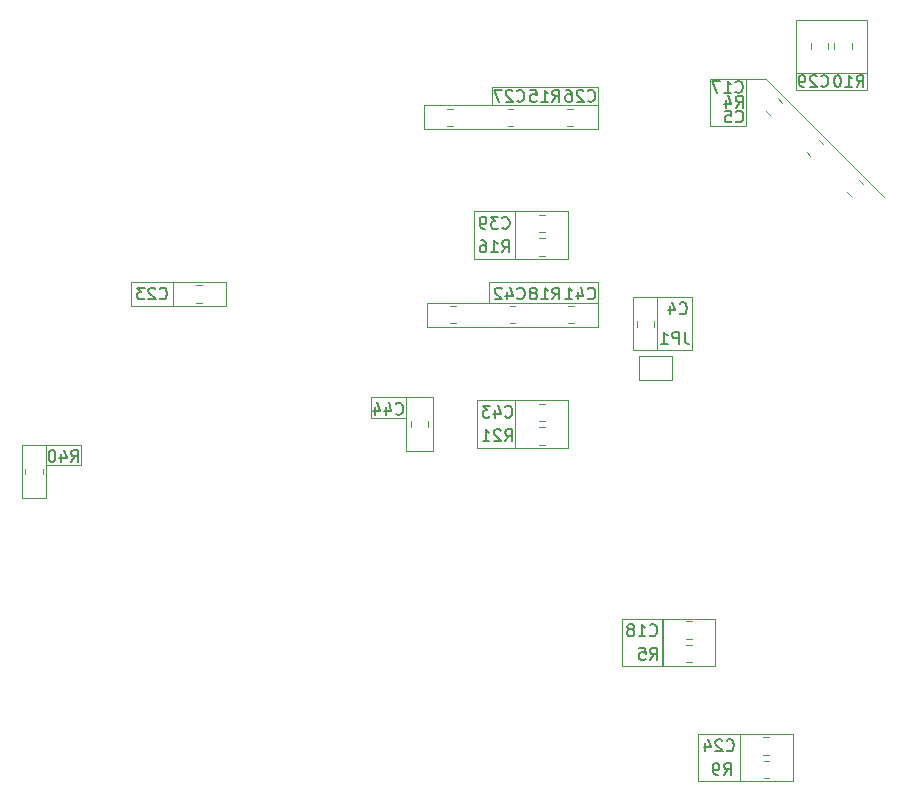
<source format=gbr>
%TF.GenerationSoftware,KiCad,Pcbnew,9.0.2*%
%TF.CreationDate,2025-09-23T15:34:19+08:00*%
%TF.ProjectId,SSRU_v3.2,53535255-5f76-4332-9e32-2e6b69636164,rev?*%
%TF.SameCoordinates,Original*%
%TF.FileFunction,Legend,Bot*%
%TF.FilePolarity,Positive*%
%FSLAX46Y46*%
G04 Gerber Fmt 4.6, Leading zero omitted, Abs format (unit mm)*
G04 Created by KiCad (PCBNEW 9.0.2) date 2025-09-23 15:34:19*
%MOMM*%
%LPD*%
G01*
G04 APERTURE LIST*
%ADD10C,0.100000*%
%ADD11C,0.150000*%
%ADD12C,0.120000*%
G04 APERTURE END LIST*
D10*
X179750000Y-78750000D02*
X182750000Y-78750000D01*
X182750000Y-82750000D01*
X179750000Y-82750000D01*
X179750000Y-78750000D01*
X154000000Y-105750000D02*
X156250000Y-105750000D01*
X156250000Y-110250000D01*
X154000000Y-110250000D01*
X154000000Y-105750000D01*
X161250000Y-79500000D02*
X170250000Y-79500000D01*
X170250000Y-81000000D01*
X161250000Y-81000000D01*
X161250000Y-79500000D01*
X151000000Y-105750000D02*
X154000000Y-105750000D01*
X154000000Y-107500000D01*
X151000000Y-107500000D01*
X151000000Y-105750000D01*
X184500000Y-78750000D02*
X182750000Y-78750000D01*
X175699200Y-124500000D02*
X180199200Y-124500000D01*
X180199200Y-128500000D01*
X175699200Y-128500000D01*
X175699200Y-124500000D01*
X175250000Y-97250000D02*
X178250000Y-97250000D01*
X178250000Y-101750000D01*
X175250000Y-101750000D01*
X175250000Y-97250000D01*
X159750000Y-90000000D02*
X163250000Y-90000000D01*
X163250000Y-94000000D01*
X159750000Y-94000000D01*
X159750000Y-90000000D01*
X173250000Y-97250000D02*
X175250000Y-97250000D01*
X175250000Y-101750000D01*
X173250000Y-101750000D01*
X173250000Y-97250000D01*
X121500000Y-109750000D02*
X123500000Y-109750000D01*
X123500000Y-114250000D01*
X121500000Y-114250000D01*
X121500000Y-109750000D01*
X194500000Y-88750000D02*
X184500000Y-78750000D01*
X160000000Y-106000000D02*
X163250000Y-106000000D01*
X163250000Y-110000000D01*
X160000000Y-110000000D01*
X160000000Y-106000000D01*
X123500000Y-109750000D02*
X126500000Y-109750000D01*
X126500000Y-111500000D01*
X123500000Y-111500000D01*
X123500000Y-109750000D01*
X163250000Y-90000000D02*
X167750000Y-90000000D01*
X167750000Y-94000000D01*
X163250000Y-94000000D01*
X163250000Y-90000000D01*
X182250000Y-134250000D02*
X186750000Y-134250000D01*
X186750000Y-138250000D01*
X182250000Y-138250000D01*
X182250000Y-134250000D01*
X187000000Y-78250000D02*
X193000000Y-78250000D01*
X193000000Y-79750000D01*
X187000000Y-79750000D01*
X187000000Y-78250000D01*
X172250000Y-124500000D02*
X175750000Y-124500000D01*
X175750000Y-128500000D01*
X172250000Y-128500000D01*
X172250000Y-124500000D01*
X163250000Y-106000000D02*
X167750000Y-106000000D01*
X167750000Y-110000000D01*
X163250000Y-110000000D01*
X163250000Y-106000000D01*
X130750000Y-96000000D02*
X134250000Y-96000000D01*
X134250000Y-98000000D01*
X130750000Y-98000000D01*
X130750000Y-96000000D01*
X178750000Y-134250000D02*
X182250000Y-134250000D01*
X182250000Y-138250000D01*
X178750000Y-138250000D01*
X178750000Y-134250000D01*
X187000000Y-73750000D02*
X193000000Y-73750000D01*
X193000000Y-78250000D01*
X187000000Y-78250000D01*
X187000000Y-73750000D01*
X134250000Y-96000000D02*
X138750000Y-96000000D01*
X138750000Y-98000000D01*
X134250000Y-98000000D01*
X134250000Y-96000000D01*
X155500000Y-81000000D02*
X170250000Y-81000000D01*
X170250000Y-83000000D01*
X155500000Y-83000000D01*
X155500000Y-81000000D01*
X155750000Y-97750000D02*
X170250000Y-97750000D01*
X170250000Y-99750000D01*
X155750000Y-99750000D01*
X155750000Y-97750000D01*
X161000000Y-96000000D02*
X170250000Y-96000000D01*
X170250000Y-97750000D01*
X161000000Y-97750000D01*
X161000000Y-96000000D01*
D11*
X169392857Y-97359580D02*
X169440476Y-97407200D01*
X169440476Y-97407200D02*
X169583333Y-97454819D01*
X169583333Y-97454819D02*
X169678571Y-97454819D01*
X169678571Y-97454819D02*
X169821428Y-97407200D01*
X169821428Y-97407200D02*
X169916666Y-97311961D01*
X169916666Y-97311961D02*
X169964285Y-97216723D01*
X169964285Y-97216723D02*
X170011904Y-97026247D01*
X170011904Y-97026247D02*
X170011904Y-96883390D01*
X170011904Y-96883390D02*
X169964285Y-96692914D01*
X169964285Y-96692914D02*
X169916666Y-96597676D01*
X169916666Y-96597676D02*
X169821428Y-96502438D01*
X169821428Y-96502438D02*
X169678571Y-96454819D01*
X169678571Y-96454819D02*
X169583333Y-96454819D01*
X169583333Y-96454819D02*
X169440476Y-96502438D01*
X169440476Y-96502438D02*
X169392857Y-96550057D01*
X168535714Y-96788152D02*
X168535714Y-97454819D01*
X168773809Y-96407200D02*
X169011904Y-97121485D01*
X169011904Y-97121485D02*
X168392857Y-97121485D01*
X167488095Y-97454819D02*
X168059523Y-97454819D01*
X167773809Y-97454819D02*
X167773809Y-96454819D01*
X167773809Y-96454819D02*
X167869047Y-96597676D01*
X167869047Y-96597676D02*
X167964285Y-96692914D01*
X167964285Y-96692914D02*
X168059523Y-96740533D01*
X177166666Y-98609580D02*
X177214285Y-98657200D01*
X177214285Y-98657200D02*
X177357142Y-98704819D01*
X177357142Y-98704819D02*
X177452380Y-98704819D01*
X177452380Y-98704819D02*
X177595237Y-98657200D01*
X177595237Y-98657200D02*
X177690475Y-98561961D01*
X177690475Y-98561961D02*
X177738094Y-98466723D01*
X177738094Y-98466723D02*
X177785713Y-98276247D01*
X177785713Y-98276247D02*
X177785713Y-98133390D01*
X177785713Y-98133390D02*
X177738094Y-97942914D01*
X177738094Y-97942914D02*
X177690475Y-97847676D01*
X177690475Y-97847676D02*
X177595237Y-97752438D01*
X177595237Y-97752438D02*
X177452380Y-97704819D01*
X177452380Y-97704819D02*
X177357142Y-97704819D01*
X177357142Y-97704819D02*
X177214285Y-97752438D01*
X177214285Y-97752438D02*
X177166666Y-97800057D01*
X176309523Y-98038152D02*
X176309523Y-98704819D01*
X176547618Y-97657200D02*
X176785713Y-98371485D01*
X176785713Y-98371485D02*
X176166666Y-98371485D01*
X125642857Y-111204819D02*
X125976190Y-110728628D01*
X126214285Y-111204819D02*
X126214285Y-110204819D01*
X126214285Y-110204819D02*
X125833333Y-110204819D01*
X125833333Y-110204819D02*
X125738095Y-110252438D01*
X125738095Y-110252438D02*
X125690476Y-110300057D01*
X125690476Y-110300057D02*
X125642857Y-110395295D01*
X125642857Y-110395295D02*
X125642857Y-110538152D01*
X125642857Y-110538152D02*
X125690476Y-110633390D01*
X125690476Y-110633390D02*
X125738095Y-110681009D01*
X125738095Y-110681009D02*
X125833333Y-110728628D01*
X125833333Y-110728628D02*
X126214285Y-110728628D01*
X124785714Y-110538152D02*
X124785714Y-111204819D01*
X125023809Y-110157200D02*
X125261904Y-110871485D01*
X125261904Y-110871485D02*
X124642857Y-110871485D01*
X124071428Y-110204819D02*
X123976190Y-110204819D01*
X123976190Y-110204819D02*
X123880952Y-110252438D01*
X123880952Y-110252438D02*
X123833333Y-110300057D01*
X123833333Y-110300057D02*
X123785714Y-110395295D01*
X123785714Y-110395295D02*
X123738095Y-110585771D01*
X123738095Y-110585771D02*
X123738095Y-110823866D01*
X123738095Y-110823866D02*
X123785714Y-111014342D01*
X123785714Y-111014342D02*
X123833333Y-111109580D01*
X123833333Y-111109580D02*
X123880952Y-111157200D01*
X123880952Y-111157200D02*
X123976190Y-111204819D01*
X123976190Y-111204819D02*
X124071428Y-111204819D01*
X124071428Y-111204819D02*
X124166666Y-111157200D01*
X124166666Y-111157200D02*
X124214285Y-111109580D01*
X124214285Y-111109580D02*
X124261904Y-111014342D01*
X124261904Y-111014342D02*
X124309523Y-110823866D01*
X124309523Y-110823866D02*
X124309523Y-110585771D01*
X124309523Y-110585771D02*
X124261904Y-110395295D01*
X124261904Y-110395295D02*
X124214285Y-110300057D01*
X124214285Y-110300057D02*
X124166666Y-110252438D01*
X124166666Y-110252438D02*
X124071428Y-110204819D01*
X169392857Y-80609580D02*
X169440476Y-80657200D01*
X169440476Y-80657200D02*
X169583333Y-80704819D01*
X169583333Y-80704819D02*
X169678571Y-80704819D01*
X169678571Y-80704819D02*
X169821428Y-80657200D01*
X169821428Y-80657200D02*
X169916666Y-80561961D01*
X169916666Y-80561961D02*
X169964285Y-80466723D01*
X169964285Y-80466723D02*
X170011904Y-80276247D01*
X170011904Y-80276247D02*
X170011904Y-80133390D01*
X170011904Y-80133390D02*
X169964285Y-79942914D01*
X169964285Y-79942914D02*
X169916666Y-79847676D01*
X169916666Y-79847676D02*
X169821428Y-79752438D01*
X169821428Y-79752438D02*
X169678571Y-79704819D01*
X169678571Y-79704819D02*
X169583333Y-79704819D01*
X169583333Y-79704819D02*
X169440476Y-79752438D01*
X169440476Y-79752438D02*
X169392857Y-79800057D01*
X169011904Y-79800057D02*
X168964285Y-79752438D01*
X168964285Y-79752438D02*
X168869047Y-79704819D01*
X168869047Y-79704819D02*
X168630952Y-79704819D01*
X168630952Y-79704819D02*
X168535714Y-79752438D01*
X168535714Y-79752438D02*
X168488095Y-79800057D01*
X168488095Y-79800057D02*
X168440476Y-79895295D01*
X168440476Y-79895295D02*
X168440476Y-79990533D01*
X168440476Y-79990533D02*
X168488095Y-80133390D01*
X168488095Y-80133390D02*
X169059523Y-80704819D01*
X169059523Y-80704819D02*
X168440476Y-80704819D01*
X167583333Y-79704819D02*
X167773809Y-79704819D01*
X167773809Y-79704819D02*
X167869047Y-79752438D01*
X167869047Y-79752438D02*
X167916666Y-79800057D01*
X167916666Y-79800057D02*
X168011904Y-79942914D01*
X168011904Y-79942914D02*
X168059523Y-80133390D01*
X168059523Y-80133390D02*
X168059523Y-80514342D01*
X168059523Y-80514342D02*
X168011904Y-80609580D01*
X168011904Y-80609580D02*
X167964285Y-80657200D01*
X167964285Y-80657200D02*
X167869047Y-80704819D01*
X167869047Y-80704819D02*
X167678571Y-80704819D01*
X167678571Y-80704819D02*
X167583333Y-80657200D01*
X167583333Y-80657200D02*
X167535714Y-80609580D01*
X167535714Y-80609580D02*
X167488095Y-80514342D01*
X167488095Y-80514342D02*
X167488095Y-80276247D01*
X167488095Y-80276247D02*
X167535714Y-80181009D01*
X167535714Y-80181009D02*
X167583333Y-80133390D01*
X167583333Y-80133390D02*
X167678571Y-80085771D01*
X167678571Y-80085771D02*
X167869047Y-80085771D01*
X167869047Y-80085771D02*
X167964285Y-80133390D01*
X167964285Y-80133390D02*
X168011904Y-80181009D01*
X168011904Y-80181009D02*
X168059523Y-80276247D01*
X162142857Y-91359580D02*
X162190476Y-91407200D01*
X162190476Y-91407200D02*
X162333333Y-91454819D01*
X162333333Y-91454819D02*
X162428571Y-91454819D01*
X162428571Y-91454819D02*
X162571428Y-91407200D01*
X162571428Y-91407200D02*
X162666666Y-91311961D01*
X162666666Y-91311961D02*
X162714285Y-91216723D01*
X162714285Y-91216723D02*
X162761904Y-91026247D01*
X162761904Y-91026247D02*
X162761904Y-90883390D01*
X162761904Y-90883390D02*
X162714285Y-90692914D01*
X162714285Y-90692914D02*
X162666666Y-90597676D01*
X162666666Y-90597676D02*
X162571428Y-90502438D01*
X162571428Y-90502438D02*
X162428571Y-90454819D01*
X162428571Y-90454819D02*
X162333333Y-90454819D01*
X162333333Y-90454819D02*
X162190476Y-90502438D01*
X162190476Y-90502438D02*
X162142857Y-90550057D01*
X161809523Y-90454819D02*
X161190476Y-90454819D01*
X161190476Y-90454819D02*
X161523809Y-90835771D01*
X161523809Y-90835771D02*
X161380952Y-90835771D01*
X161380952Y-90835771D02*
X161285714Y-90883390D01*
X161285714Y-90883390D02*
X161238095Y-90931009D01*
X161238095Y-90931009D02*
X161190476Y-91026247D01*
X161190476Y-91026247D02*
X161190476Y-91264342D01*
X161190476Y-91264342D02*
X161238095Y-91359580D01*
X161238095Y-91359580D02*
X161285714Y-91407200D01*
X161285714Y-91407200D02*
X161380952Y-91454819D01*
X161380952Y-91454819D02*
X161666666Y-91454819D01*
X161666666Y-91454819D02*
X161761904Y-91407200D01*
X161761904Y-91407200D02*
X161809523Y-91359580D01*
X160714285Y-91454819D02*
X160523809Y-91454819D01*
X160523809Y-91454819D02*
X160428571Y-91407200D01*
X160428571Y-91407200D02*
X160380952Y-91359580D01*
X160380952Y-91359580D02*
X160285714Y-91216723D01*
X160285714Y-91216723D02*
X160238095Y-91026247D01*
X160238095Y-91026247D02*
X160238095Y-90645295D01*
X160238095Y-90645295D02*
X160285714Y-90550057D01*
X160285714Y-90550057D02*
X160333333Y-90502438D01*
X160333333Y-90502438D02*
X160428571Y-90454819D01*
X160428571Y-90454819D02*
X160619047Y-90454819D01*
X160619047Y-90454819D02*
X160714285Y-90502438D01*
X160714285Y-90502438D02*
X160761904Y-90550057D01*
X160761904Y-90550057D02*
X160809523Y-90645295D01*
X160809523Y-90645295D02*
X160809523Y-90883390D01*
X160809523Y-90883390D02*
X160761904Y-90978628D01*
X160761904Y-90978628D02*
X160714285Y-91026247D01*
X160714285Y-91026247D02*
X160619047Y-91073866D01*
X160619047Y-91073866D02*
X160428571Y-91073866D01*
X160428571Y-91073866D02*
X160333333Y-91026247D01*
X160333333Y-91026247D02*
X160285714Y-90978628D01*
X160285714Y-90978628D02*
X160238095Y-90883390D01*
X181892857Y-79859580D02*
X181940476Y-79907200D01*
X181940476Y-79907200D02*
X182083333Y-79954819D01*
X182083333Y-79954819D02*
X182178571Y-79954819D01*
X182178571Y-79954819D02*
X182321428Y-79907200D01*
X182321428Y-79907200D02*
X182416666Y-79811961D01*
X182416666Y-79811961D02*
X182464285Y-79716723D01*
X182464285Y-79716723D02*
X182511904Y-79526247D01*
X182511904Y-79526247D02*
X182511904Y-79383390D01*
X182511904Y-79383390D02*
X182464285Y-79192914D01*
X182464285Y-79192914D02*
X182416666Y-79097676D01*
X182416666Y-79097676D02*
X182321428Y-79002438D01*
X182321428Y-79002438D02*
X182178571Y-78954819D01*
X182178571Y-78954819D02*
X182083333Y-78954819D01*
X182083333Y-78954819D02*
X181940476Y-79002438D01*
X181940476Y-79002438D02*
X181892857Y-79050057D01*
X180940476Y-79954819D02*
X181511904Y-79954819D01*
X181226190Y-79954819D02*
X181226190Y-78954819D01*
X181226190Y-78954819D02*
X181321428Y-79097676D01*
X181321428Y-79097676D02*
X181416666Y-79192914D01*
X181416666Y-79192914D02*
X181511904Y-79240533D01*
X180607142Y-78954819D02*
X179940476Y-78954819D01*
X179940476Y-78954819D02*
X180369047Y-79954819D01*
X153142857Y-107109580D02*
X153190476Y-107157200D01*
X153190476Y-107157200D02*
X153333333Y-107204819D01*
X153333333Y-107204819D02*
X153428571Y-107204819D01*
X153428571Y-107204819D02*
X153571428Y-107157200D01*
X153571428Y-107157200D02*
X153666666Y-107061961D01*
X153666666Y-107061961D02*
X153714285Y-106966723D01*
X153714285Y-106966723D02*
X153761904Y-106776247D01*
X153761904Y-106776247D02*
X153761904Y-106633390D01*
X153761904Y-106633390D02*
X153714285Y-106442914D01*
X153714285Y-106442914D02*
X153666666Y-106347676D01*
X153666666Y-106347676D02*
X153571428Y-106252438D01*
X153571428Y-106252438D02*
X153428571Y-106204819D01*
X153428571Y-106204819D02*
X153333333Y-106204819D01*
X153333333Y-106204819D02*
X153190476Y-106252438D01*
X153190476Y-106252438D02*
X153142857Y-106300057D01*
X152285714Y-106538152D02*
X152285714Y-107204819D01*
X152523809Y-106157200D02*
X152761904Y-106871485D01*
X152761904Y-106871485D02*
X152142857Y-106871485D01*
X151333333Y-106538152D02*
X151333333Y-107204819D01*
X151571428Y-106157200D02*
X151809523Y-106871485D01*
X151809523Y-106871485D02*
X151190476Y-106871485D01*
X166392857Y-80704819D02*
X166726190Y-80228628D01*
X166964285Y-80704819D02*
X166964285Y-79704819D01*
X166964285Y-79704819D02*
X166583333Y-79704819D01*
X166583333Y-79704819D02*
X166488095Y-79752438D01*
X166488095Y-79752438D02*
X166440476Y-79800057D01*
X166440476Y-79800057D02*
X166392857Y-79895295D01*
X166392857Y-79895295D02*
X166392857Y-80038152D01*
X166392857Y-80038152D02*
X166440476Y-80133390D01*
X166440476Y-80133390D02*
X166488095Y-80181009D01*
X166488095Y-80181009D02*
X166583333Y-80228628D01*
X166583333Y-80228628D02*
X166964285Y-80228628D01*
X165440476Y-80704819D02*
X166011904Y-80704819D01*
X165726190Y-80704819D02*
X165726190Y-79704819D01*
X165726190Y-79704819D02*
X165821428Y-79847676D01*
X165821428Y-79847676D02*
X165916666Y-79942914D01*
X165916666Y-79942914D02*
X166011904Y-79990533D01*
X164535714Y-79704819D02*
X165011904Y-79704819D01*
X165011904Y-79704819D02*
X165059523Y-80181009D01*
X165059523Y-80181009D02*
X165011904Y-80133390D01*
X165011904Y-80133390D02*
X164916666Y-80085771D01*
X164916666Y-80085771D02*
X164678571Y-80085771D01*
X164678571Y-80085771D02*
X164583333Y-80133390D01*
X164583333Y-80133390D02*
X164535714Y-80181009D01*
X164535714Y-80181009D02*
X164488095Y-80276247D01*
X164488095Y-80276247D02*
X164488095Y-80514342D01*
X164488095Y-80514342D02*
X164535714Y-80609580D01*
X164535714Y-80609580D02*
X164583333Y-80657200D01*
X164583333Y-80657200D02*
X164678571Y-80704819D01*
X164678571Y-80704819D02*
X164916666Y-80704819D01*
X164916666Y-80704819D02*
X165011904Y-80657200D01*
X165011904Y-80657200D02*
X165059523Y-80609580D01*
X181916666Y-82359580D02*
X181964285Y-82407200D01*
X181964285Y-82407200D02*
X182107142Y-82454819D01*
X182107142Y-82454819D02*
X182202380Y-82454819D01*
X182202380Y-82454819D02*
X182345237Y-82407200D01*
X182345237Y-82407200D02*
X182440475Y-82311961D01*
X182440475Y-82311961D02*
X182488094Y-82216723D01*
X182488094Y-82216723D02*
X182535713Y-82026247D01*
X182535713Y-82026247D02*
X182535713Y-81883390D01*
X182535713Y-81883390D02*
X182488094Y-81692914D01*
X182488094Y-81692914D02*
X182440475Y-81597676D01*
X182440475Y-81597676D02*
X182345237Y-81502438D01*
X182345237Y-81502438D02*
X182202380Y-81454819D01*
X182202380Y-81454819D02*
X182107142Y-81454819D01*
X182107142Y-81454819D02*
X181964285Y-81502438D01*
X181964285Y-81502438D02*
X181916666Y-81550057D01*
X181011904Y-81454819D02*
X181488094Y-81454819D01*
X181488094Y-81454819D02*
X181535713Y-81931009D01*
X181535713Y-81931009D02*
X181488094Y-81883390D01*
X181488094Y-81883390D02*
X181392856Y-81835771D01*
X181392856Y-81835771D02*
X181154761Y-81835771D01*
X181154761Y-81835771D02*
X181059523Y-81883390D01*
X181059523Y-81883390D02*
X181011904Y-81931009D01*
X181011904Y-81931009D02*
X180964285Y-82026247D01*
X180964285Y-82026247D02*
X180964285Y-82264342D01*
X180964285Y-82264342D02*
X181011904Y-82359580D01*
X181011904Y-82359580D02*
X181059523Y-82407200D01*
X181059523Y-82407200D02*
X181154761Y-82454819D01*
X181154761Y-82454819D02*
X181392856Y-82454819D01*
X181392856Y-82454819D02*
X181488094Y-82407200D01*
X181488094Y-82407200D02*
X181535713Y-82359580D01*
X163415793Y-97359580D02*
X163463412Y-97407200D01*
X163463412Y-97407200D02*
X163606269Y-97454819D01*
X163606269Y-97454819D02*
X163701507Y-97454819D01*
X163701507Y-97454819D02*
X163844364Y-97407200D01*
X163844364Y-97407200D02*
X163939602Y-97311961D01*
X163939602Y-97311961D02*
X163987221Y-97216723D01*
X163987221Y-97216723D02*
X164034840Y-97026247D01*
X164034840Y-97026247D02*
X164034840Y-96883390D01*
X164034840Y-96883390D02*
X163987221Y-96692914D01*
X163987221Y-96692914D02*
X163939602Y-96597676D01*
X163939602Y-96597676D02*
X163844364Y-96502438D01*
X163844364Y-96502438D02*
X163701507Y-96454819D01*
X163701507Y-96454819D02*
X163606269Y-96454819D01*
X163606269Y-96454819D02*
X163463412Y-96502438D01*
X163463412Y-96502438D02*
X163415793Y-96550057D01*
X162558650Y-96788152D02*
X162558650Y-97454819D01*
X162796745Y-96407200D02*
X163034840Y-97121485D01*
X163034840Y-97121485D02*
X162415793Y-97121485D01*
X162082459Y-96550057D02*
X162034840Y-96502438D01*
X162034840Y-96502438D02*
X161939602Y-96454819D01*
X161939602Y-96454819D02*
X161701507Y-96454819D01*
X161701507Y-96454819D02*
X161606269Y-96502438D01*
X161606269Y-96502438D02*
X161558650Y-96550057D01*
X161558650Y-96550057D02*
X161511031Y-96645295D01*
X161511031Y-96645295D02*
X161511031Y-96740533D01*
X161511031Y-96740533D02*
X161558650Y-96883390D01*
X161558650Y-96883390D02*
X162130078Y-97454819D01*
X162130078Y-97454819D02*
X161511031Y-97454819D01*
X162142857Y-93454819D02*
X162476190Y-92978628D01*
X162714285Y-93454819D02*
X162714285Y-92454819D01*
X162714285Y-92454819D02*
X162333333Y-92454819D01*
X162333333Y-92454819D02*
X162238095Y-92502438D01*
X162238095Y-92502438D02*
X162190476Y-92550057D01*
X162190476Y-92550057D02*
X162142857Y-92645295D01*
X162142857Y-92645295D02*
X162142857Y-92788152D01*
X162142857Y-92788152D02*
X162190476Y-92883390D01*
X162190476Y-92883390D02*
X162238095Y-92931009D01*
X162238095Y-92931009D02*
X162333333Y-92978628D01*
X162333333Y-92978628D02*
X162714285Y-92978628D01*
X161190476Y-93454819D02*
X161761904Y-93454819D01*
X161476190Y-93454819D02*
X161476190Y-92454819D01*
X161476190Y-92454819D02*
X161571428Y-92597676D01*
X161571428Y-92597676D02*
X161666666Y-92692914D01*
X161666666Y-92692914D02*
X161761904Y-92740533D01*
X160333333Y-92454819D02*
X160523809Y-92454819D01*
X160523809Y-92454819D02*
X160619047Y-92502438D01*
X160619047Y-92502438D02*
X160666666Y-92550057D01*
X160666666Y-92550057D02*
X160761904Y-92692914D01*
X160761904Y-92692914D02*
X160809523Y-92883390D01*
X160809523Y-92883390D02*
X160809523Y-93264342D01*
X160809523Y-93264342D02*
X160761904Y-93359580D01*
X160761904Y-93359580D02*
X160714285Y-93407200D01*
X160714285Y-93407200D02*
X160619047Y-93454819D01*
X160619047Y-93454819D02*
X160428571Y-93454819D01*
X160428571Y-93454819D02*
X160333333Y-93407200D01*
X160333333Y-93407200D02*
X160285714Y-93359580D01*
X160285714Y-93359580D02*
X160238095Y-93264342D01*
X160238095Y-93264342D02*
X160238095Y-93026247D01*
X160238095Y-93026247D02*
X160285714Y-92931009D01*
X160285714Y-92931009D02*
X160333333Y-92883390D01*
X160333333Y-92883390D02*
X160428571Y-92835771D01*
X160428571Y-92835771D02*
X160619047Y-92835771D01*
X160619047Y-92835771D02*
X160714285Y-92883390D01*
X160714285Y-92883390D02*
X160761904Y-92931009D01*
X160761904Y-92931009D02*
X160809523Y-93026247D01*
X163392857Y-80609580D02*
X163440476Y-80657200D01*
X163440476Y-80657200D02*
X163583333Y-80704819D01*
X163583333Y-80704819D02*
X163678571Y-80704819D01*
X163678571Y-80704819D02*
X163821428Y-80657200D01*
X163821428Y-80657200D02*
X163916666Y-80561961D01*
X163916666Y-80561961D02*
X163964285Y-80466723D01*
X163964285Y-80466723D02*
X164011904Y-80276247D01*
X164011904Y-80276247D02*
X164011904Y-80133390D01*
X164011904Y-80133390D02*
X163964285Y-79942914D01*
X163964285Y-79942914D02*
X163916666Y-79847676D01*
X163916666Y-79847676D02*
X163821428Y-79752438D01*
X163821428Y-79752438D02*
X163678571Y-79704819D01*
X163678571Y-79704819D02*
X163583333Y-79704819D01*
X163583333Y-79704819D02*
X163440476Y-79752438D01*
X163440476Y-79752438D02*
X163392857Y-79800057D01*
X163011904Y-79800057D02*
X162964285Y-79752438D01*
X162964285Y-79752438D02*
X162869047Y-79704819D01*
X162869047Y-79704819D02*
X162630952Y-79704819D01*
X162630952Y-79704819D02*
X162535714Y-79752438D01*
X162535714Y-79752438D02*
X162488095Y-79800057D01*
X162488095Y-79800057D02*
X162440476Y-79895295D01*
X162440476Y-79895295D02*
X162440476Y-79990533D01*
X162440476Y-79990533D02*
X162488095Y-80133390D01*
X162488095Y-80133390D02*
X163059523Y-80704819D01*
X163059523Y-80704819D02*
X162440476Y-80704819D01*
X162107142Y-79704819D02*
X161440476Y-79704819D01*
X161440476Y-79704819D02*
X161869047Y-80704819D01*
X181916666Y-81204819D02*
X182249999Y-80728628D01*
X182488094Y-81204819D02*
X182488094Y-80204819D01*
X182488094Y-80204819D02*
X182107142Y-80204819D01*
X182107142Y-80204819D02*
X182011904Y-80252438D01*
X182011904Y-80252438D02*
X181964285Y-80300057D01*
X181964285Y-80300057D02*
X181916666Y-80395295D01*
X181916666Y-80395295D02*
X181916666Y-80538152D01*
X181916666Y-80538152D02*
X181964285Y-80633390D01*
X181964285Y-80633390D02*
X182011904Y-80681009D01*
X182011904Y-80681009D02*
X182107142Y-80728628D01*
X182107142Y-80728628D02*
X182488094Y-80728628D01*
X181059523Y-80538152D02*
X181059523Y-81204819D01*
X181297618Y-80157200D02*
X181535713Y-80871485D01*
X181535713Y-80871485D02*
X180916666Y-80871485D01*
X162392857Y-107359580D02*
X162440476Y-107407200D01*
X162440476Y-107407200D02*
X162583333Y-107454819D01*
X162583333Y-107454819D02*
X162678571Y-107454819D01*
X162678571Y-107454819D02*
X162821428Y-107407200D01*
X162821428Y-107407200D02*
X162916666Y-107311961D01*
X162916666Y-107311961D02*
X162964285Y-107216723D01*
X162964285Y-107216723D02*
X163011904Y-107026247D01*
X163011904Y-107026247D02*
X163011904Y-106883390D01*
X163011904Y-106883390D02*
X162964285Y-106692914D01*
X162964285Y-106692914D02*
X162916666Y-106597676D01*
X162916666Y-106597676D02*
X162821428Y-106502438D01*
X162821428Y-106502438D02*
X162678571Y-106454819D01*
X162678571Y-106454819D02*
X162583333Y-106454819D01*
X162583333Y-106454819D02*
X162440476Y-106502438D01*
X162440476Y-106502438D02*
X162392857Y-106550057D01*
X161535714Y-106788152D02*
X161535714Y-107454819D01*
X161773809Y-106407200D02*
X162011904Y-107121485D01*
X162011904Y-107121485D02*
X161392857Y-107121485D01*
X161107142Y-106454819D02*
X160488095Y-106454819D01*
X160488095Y-106454819D02*
X160821428Y-106835771D01*
X160821428Y-106835771D02*
X160678571Y-106835771D01*
X160678571Y-106835771D02*
X160583333Y-106883390D01*
X160583333Y-106883390D02*
X160535714Y-106931009D01*
X160535714Y-106931009D02*
X160488095Y-107026247D01*
X160488095Y-107026247D02*
X160488095Y-107264342D01*
X160488095Y-107264342D02*
X160535714Y-107359580D01*
X160535714Y-107359580D02*
X160583333Y-107407200D01*
X160583333Y-107407200D02*
X160678571Y-107454819D01*
X160678571Y-107454819D02*
X160964285Y-107454819D01*
X160964285Y-107454819D02*
X161059523Y-107407200D01*
X161059523Y-107407200D02*
X161107142Y-107359580D01*
X162392857Y-109454819D02*
X162726190Y-108978628D01*
X162964285Y-109454819D02*
X162964285Y-108454819D01*
X162964285Y-108454819D02*
X162583333Y-108454819D01*
X162583333Y-108454819D02*
X162488095Y-108502438D01*
X162488095Y-108502438D02*
X162440476Y-108550057D01*
X162440476Y-108550057D02*
X162392857Y-108645295D01*
X162392857Y-108645295D02*
X162392857Y-108788152D01*
X162392857Y-108788152D02*
X162440476Y-108883390D01*
X162440476Y-108883390D02*
X162488095Y-108931009D01*
X162488095Y-108931009D02*
X162583333Y-108978628D01*
X162583333Y-108978628D02*
X162964285Y-108978628D01*
X162011904Y-108550057D02*
X161964285Y-108502438D01*
X161964285Y-108502438D02*
X161869047Y-108454819D01*
X161869047Y-108454819D02*
X161630952Y-108454819D01*
X161630952Y-108454819D02*
X161535714Y-108502438D01*
X161535714Y-108502438D02*
X161488095Y-108550057D01*
X161488095Y-108550057D02*
X161440476Y-108645295D01*
X161440476Y-108645295D02*
X161440476Y-108740533D01*
X161440476Y-108740533D02*
X161488095Y-108883390D01*
X161488095Y-108883390D02*
X162059523Y-109454819D01*
X162059523Y-109454819D02*
X161440476Y-109454819D01*
X160488095Y-109454819D02*
X161059523Y-109454819D01*
X160773809Y-109454819D02*
X160773809Y-108454819D01*
X160773809Y-108454819D02*
X160869047Y-108597676D01*
X160869047Y-108597676D02*
X160964285Y-108692914D01*
X160964285Y-108692914D02*
X161059523Y-108740533D01*
X180916666Y-137704819D02*
X181249999Y-137228628D01*
X181488094Y-137704819D02*
X181488094Y-136704819D01*
X181488094Y-136704819D02*
X181107142Y-136704819D01*
X181107142Y-136704819D02*
X181011904Y-136752438D01*
X181011904Y-136752438D02*
X180964285Y-136800057D01*
X180964285Y-136800057D02*
X180916666Y-136895295D01*
X180916666Y-136895295D02*
X180916666Y-137038152D01*
X180916666Y-137038152D02*
X180964285Y-137133390D01*
X180964285Y-137133390D02*
X181011904Y-137181009D01*
X181011904Y-137181009D02*
X181107142Y-137228628D01*
X181107142Y-137228628D02*
X181488094Y-137228628D01*
X180440475Y-137704819D02*
X180249999Y-137704819D01*
X180249999Y-137704819D02*
X180154761Y-137657200D01*
X180154761Y-137657200D02*
X180107142Y-137609580D01*
X180107142Y-137609580D02*
X180011904Y-137466723D01*
X180011904Y-137466723D02*
X179964285Y-137276247D01*
X179964285Y-137276247D02*
X179964285Y-136895295D01*
X179964285Y-136895295D02*
X180011904Y-136800057D01*
X180011904Y-136800057D02*
X180059523Y-136752438D01*
X180059523Y-136752438D02*
X180154761Y-136704819D01*
X180154761Y-136704819D02*
X180345237Y-136704819D01*
X180345237Y-136704819D02*
X180440475Y-136752438D01*
X180440475Y-136752438D02*
X180488094Y-136800057D01*
X180488094Y-136800057D02*
X180535713Y-136895295D01*
X180535713Y-136895295D02*
X180535713Y-137133390D01*
X180535713Y-137133390D02*
X180488094Y-137228628D01*
X180488094Y-137228628D02*
X180440475Y-137276247D01*
X180440475Y-137276247D02*
X180345237Y-137323866D01*
X180345237Y-137323866D02*
X180154761Y-137323866D01*
X180154761Y-137323866D02*
X180059523Y-137276247D01*
X180059523Y-137276247D02*
X180011904Y-137228628D01*
X180011904Y-137228628D02*
X179964285Y-137133390D01*
X192142857Y-79454819D02*
X192476190Y-78978628D01*
X192714285Y-79454819D02*
X192714285Y-78454819D01*
X192714285Y-78454819D02*
X192333333Y-78454819D01*
X192333333Y-78454819D02*
X192238095Y-78502438D01*
X192238095Y-78502438D02*
X192190476Y-78550057D01*
X192190476Y-78550057D02*
X192142857Y-78645295D01*
X192142857Y-78645295D02*
X192142857Y-78788152D01*
X192142857Y-78788152D02*
X192190476Y-78883390D01*
X192190476Y-78883390D02*
X192238095Y-78931009D01*
X192238095Y-78931009D02*
X192333333Y-78978628D01*
X192333333Y-78978628D02*
X192714285Y-78978628D01*
X191190476Y-79454819D02*
X191761904Y-79454819D01*
X191476190Y-79454819D02*
X191476190Y-78454819D01*
X191476190Y-78454819D02*
X191571428Y-78597676D01*
X191571428Y-78597676D02*
X191666666Y-78692914D01*
X191666666Y-78692914D02*
X191761904Y-78740533D01*
X190571428Y-78454819D02*
X190476190Y-78454819D01*
X190476190Y-78454819D02*
X190380952Y-78502438D01*
X190380952Y-78502438D02*
X190333333Y-78550057D01*
X190333333Y-78550057D02*
X190285714Y-78645295D01*
X190285714Y-78645295D02*
X190238095Y-78835771D01*
X190238095Y-78835771D02*
X190238095Y-79073866D01*
X190238095Y-79073866D02*
X190285714Y-79264342D01*
X190285714Y-79264342D02*
X190333333Y-79359580D01*
X190333333Y-79359580D02*
X190380952Y-79407200D01*
X190380952Y-79407200D02*
X190476190Y-79454819D01*
X190476190Y-79454819D02*
X190571428Y-79454819D01*
X190571428Y-79454819D02*
X190666666Y-79407200D01*
X190666666Y-79407200D02*
X190714285Y-79359580D01*
X190714285Y-79359580D02*
X190761904Y-79264342D01*
X190761904Y-79264342D02*
X190809523Y-79073866D01*
X190809523Y-79073866D02*
X190809523Y-78835771D01*
X190809523Y-78835771D02*
X190761904Y-78645295D01*
X190761904Y-78645295D02*
X190714285Y-78550057D01*
X190714285Y-78550057D02*
X190666666Y-78502438D01*
X190666666Y-78502438D02*
X190571428Y-78454819D01*
X177583333Y-100204819D02*
X177583333Y-100919104D01*
X177583333Y-100919104D02*
X177630952Y-101061961D01*
X177630952Y-101061961D02*
X177726190Y-101157200D01*
X177726190Y-101157200D02*
X177869047Y-101204819D01*
X177869047Y-101204819D02*
X177964285Y-101204819D01*
X177107142Y-101204819D02*
X177107142Y-100204819D01*
X177107142Y-100204819D02*
X176726190Y-100204819D01*
X176726190Y-100204819D02*
X176630952Y-100252438D01*
X176630952Y-100252438D02*
X176583333Y-100300057D01*
X176583333Y-100300057D02*
X176535714Y-100395295D01*
X176535714Y-100395295D02*
X176535714Y-100538152D01*
X176535714Y-100538152D02*
X176583333Y-100633390D01*
X176583333Y-100633390D02*
X176630952Y-100681009D01*
X176630952Y-100681009D02*
X176726190Y-100728628D01*
X176726190Y-100728628D02*
X177107142Y-100728628D01*
X175583333Y-101204819D02*
X176154761Y-101204819D01*
X175869047Y-101204819D02*
X175869047Y-100204819D01*
X175869047Y-100204819D02*
X175964285Y-100347676D01*
X175964285Y-100347676D02*
X176059523Y-100442914D01*
X176059523Y-100442914D02*
X176154761Y-100490533D01*
X189142857Y-79359580D02*
X189190476Y-79407200D01*
X189190476Y-79407200D02*
X189333333Y-79454819D01*
X189333333Y-79454819D02*
X189428571Y-79454819D01*
X189428571Y-79454819D02*
X189571428Y-79407200D01*
X189571428Y-79407200D02*
X189666666Y-79311961D01*
X189666666Y-79311961D02*
X189714285Y-79216723D01*
X189714285Y-79216723D02*
X189761904Y-79026247D01*
X189761904Y-79026247D02*
X189761904Y-78883390D01*
X189761904Y-78883390D02*
X189714285Y-78692914D01*
X189714285Y-78692914D02*
X189666666Y-78597676D01*
X189666666Y-78597676D02*
X189571428Y-78502438D01*
X189571428Y-78502438D02*
X189428571Y-78454819D01*
X189428571Y-78454819D02*
X189333333Y-78454819D01*
X189333333Y-78454819D02*
X189190476Y-78502438D01*
X189190476Y-78502438D02*
X189142857Y-78550057D01*
X188761904Y-78550057D02*
X188714285Y-78502438D01*
X188714285Y-78502438D02*
X188619047Y-78454819D01*
X188619047Y-78454819D02*
X188380952Y-78454819D01*
X188380952Y-78454819D02*
X188285714Y-78502438D01*
X188285714Y-78502438D02*
X188238095Y-78550057D01*
X188238095Y-78550057D02*
X188190476Y-78645295D01*
X188190476Y-78645295D02*
X188190476Y-78740533D01*
X188190476Y-78740533D02*
X188238095Y-78883390D01*
X188238095Y-78883390D02*
X188809523Y-79454819D01*
X188809523Y-79454819D02*
X188190476Y-79454819D01*
X187714285Y-79454819D02*
X187523809Y-79454819D01*
X187523809Y-79454819D02*
X187428571Y-79407200D01*
X187428571Y-79407200D02*
X187380952Y-79359580D01*
X187380952Y-79359580D02*
X187285714Y-79216723D01*
X187285714Y-79216723D02*
X187238095Y-79026247D01*
X187238095Y-79026247D02*
X187238095Y-78645295D01*
X187238095Y-78645295D02*
X187285714Y-78550057D01*
X187285714Y-78550057D02*
X187333333Y-78502438D01*
X187333333Y-78502438D02*
X187428571Y-78454819D01*
X187428571Y-78454819D02*
X187619047Y-78454819D01*
X187619047Y-78454819D02*
X187714285Y-78502438D01*
X187714285Y-78502438D02*
X187761904Y-78550057D01*
X187761904Y-78550057D02*
X187809523Y-78645295D01*
X187809523Y-78645295D02*
X187809523Y-78883390D01*
X187809523Y-78883390D02*
X187761904Y-78978628D01*
X187761904Y-78978628D02*
X187714285Y-79026247D01*
X187714285Y-79026247D02*
X187619047Y-79073866D01*
X187619047Y-79073866D02*
X187428571Y-79073866D01*
X187428571Y-79073866D02*
X187333333Y-79026247D01*
X187333333Y-79026247D02*
X187285714Y-78978628D01*
X187285714Y-78978628D02*
X187238095Y-78883390D01*
X181142857Y-135609580D02*
X181190476Y-135657200D01*
X181190476Y-135657200D02*
X181333333Y-135704819D01*
X181333333Y-135704819D02*
X181428571Y-135704819D01*
X181428571Y-135704819D02*
X181571428Y-135657200D01*
X181571428Y-135657200D02*
X181666666Y-135561961D01*
X181666666Y-135561961D02*
X181714285Y-135466723D01*
X181714285Y-135466723D02*
X181761904Y-135276247D01*
X181761904Y-135276247D02*
X181761904Y-135133390D01*
X181761904Y-135133390D02*
X181714285Y-134942914D01*
X181714285Y-134942914D02*
X181666666Y-134847676D01*
X181666666Y-134847676D02*
X181571428Y-134752438D01*
X181571428Y-134752438D02*
X181428571Y-134704819D01*
X181428571Y-134704819D02*
X181333333Y-134704819D01*
X181333333Y-134704819D02*
X181190476Y-134752438D01*
X181190476Y-134752438D02*
X181142857Y-134800057D01*
X180761904Y-134800057D02*
X180714285Y-134752438D01*
X180714285Y-134752438D02*
X180619047Y-134704819D01*
X180619047Y-134704819D02*
X180380952Y-134704819D01*
X180380952Y-134704819D02*
X180285714Y-134752438D01*
X180285714Y-134752438D02*
X180238095Y-134800057D01*
X180238095Y-134800057D02*
X180190476Y-134895295D01*
X180190476Y-134895295D02*
X180190476Y-134990533D01*
X180190476Y-134990533D02*
X180238095Y-135133390D01*
X180238095Y-135133390D02*
X180809523Y-135704819D01*
X180809523Y-135704819D02*
X180190476Y-135704819D01*
X179333333Y-135038152D02*
X179333333Y-135704819D01*
X179571428Y-134657200D02*
X179809523Y-135371485D01*
X179809523Y-135371485D02*
X179190476Y-135371485D01*
X133142857Y-97359580D02*
X133190476Y-97407200D01*
X133190476Y-97407200D02*
X133333333Y-97454819D01*
X133333333Y-97454819D02*
X133428571Y-97454819D01*
X133428571Y-97454819D02*
X133571428Y-97407200D01*
X133571428Y-97407200D02*
X133666666Y-97311961D01*
X133666666Y-97311961D02*
X133714285Y-97216723D01*
X133714285Y-97216723D02*
X133761904Y-97026247D01*
X133761904Y-97026247D02*
X133761904Y-96883390D01*
X133761904Y-96883390D02*
X133714285Y-96692914D01*
X133714285Y-96692914D02*
X133666666Y-96597676D01*
X133666666Y-96597676D02*
X133571428Y-96502438D01*
X133571428Y-96502438D02*
X133428571Y-96454819D01*
X133428571Y-96454819D02*
X133333333Y-96454819D01*
X133333333Y-96454819D02*
X133190476Y-96502438D01*
X133190476Y-96502438D02*
X133142857Y-96550057D01*
X132761904Y-96550057D02*
X132714285Y-96502438D01*
X132714285Y-96502438D02*
X132619047Y-96454819D01*
X132619047Y-96454819D02*
X132380952Y-96454819D01*
X132380952Y-96454819D02*
X132285714Y-96502438D01*
X132285714Y-96502438D02*
X132238095Y-96550057D01*
X132238095Y-96550057D02*
X132190476Y-96645295D01*
X132190476Y-96645295D02*
X132190476Y-96740533D01*
X132190476Y-96740533D02*
X132238095Y-96883390D01*
X132238095Y-96883390D02*
X132809523Y-97454819D01*
X132809523Y-97454819D02*
X132190476Y-97454819D01*
X131857142Y-96454819D02*
X131238095Y-96454819D01*
X131238095Y-96454819D02*
X131571428Y-96835771D01*
X131571428Y-96835771D02*
X131428571Y-96835771D01*
X131428571Y-96835771D02*
X131333333Y-96883390D01*
X131333333Y-96883390D02*
X131285714Y-96931009D01*
X131285714Y-96931009D02*
X131238095Y-97026247D01*
X131238095Y-97026247D02*
X131238095Y-97264342D01*
X131238095Y-97264342D02*
X131285714Y-97359580D01*
X131285714Y-97359580D02*
X131333333Y-97407200D01*
X131333333Y-97407200D02*
X131428571Y-97454819D01*
X131428571Y-97454819D02*
X131714285Y-97454819D01*
X131714285Y-97454819D02*
X131809523Y-97407200D01*
X131809523Y-97407200D02*
X131857142Y-97359580D01*
X174642857Y-125859580D02*
X174690476Y-125907200D01*
X174690476Y-125907200D02*
X174833333Y-125954819D01*
X174833333Y-125954819D02*
X174928571Y-125954819D01*
X174928571Y-125954819D02*
X175071428Y-125907200D01*
X175071428Y-125907200D02*
X175166666Y-125811961D01*
X175166666Y-125811961D02*
X175214285Y-125716723D01*
X175214285Y-125716723D02*
X175261904Y-125526247D01*
X175261904Y-125526247D02*
X175261904Y-125383390D01*
X175261904Y-125383390D02*
X175214285Y-125192914D01*
X175214285Y-125192914D02*
X175166666Y-125097676D01*
X175166666Y-125097676D02*
X175071428Y-125002438D01*
X175071428Y-125002438D02*
X174928571Y-124954819D01*
X174928571Y-124954819D02*
X174833333Y-124954819D01*
X174833333Y-124954819D02*
X174690476Y-125002438D01*
X174690476Y-125002438D02*
X174642857Y-125050057D01*
X173690476Y-125954819D02*
X174261904Y-125954819D01*
X173976190Y-125954819D02*
X173976190Y-124954819D01*
X173976190Y-124954819D02*
X174071428Y-125097676D01*
X174071428Y-125097676D02*
X174166666Y-125192914D01*
X174166666Y-125192914D02*
X174261904Y-125240533D01*
X173119047Y-125383390D02*
X173214285Y-125335771D01*
X173214285Y-125335771D02*
X173261904Y-125288152D01*
X173261904Y-125288152D02*
X173309523Y-125192914D01*
X173309523Y-125192914D02*
X173309523Y-125145295D01*
X173309523Y-125145295D02*
X173261904Y-125050057D01*
X173261904Y-125050057D02*
X173214285Y-125002438D01*
X173214285Y-125002438D02*
X173119047Y-124954819D01*
X173119047Y-124954819D02*
X172928571Y-124954819D01*
X172928571Y-124954819D02*
X172833333Y-125002438D01*
X172833333Y-125002438D02*
X172785714Y-125050057D01*
X172785714Y-125050057D02*
X172738095Y-125145295D01*
X172738095Y-125145295D02*
X172738095Y-125192914D01*
X172738095Y-125192914D02*
X172785714Y-125288152D01*
X172785714Y-125288152D02*
X172833333Y-125335771D01*
X172833333Y-125335771D02*
X172928571Y-125383390D01*
X172928571Y-125383390D02*
X173119047Y-125383390D01*
X173119047Y-125383390D02*
X173214285Y-125431009D01*
X173214285Y-125431009D02*
X173261904Y-125478628D01*
X173261904Y-125478628D02*
X173309523Y-125573866D01*
X173309523Y-125573866D02*
X173309523Y-125764342D01*
X173309523Y-125764342D02*
X173261904Y-125859580D01*
X173261904Y-125859580D02*
X173214285Y-125907200D01*
X173214285Y-125907200D02*
X173119047Y-125954819D01*
X173119047Y-125954819D02*
X172928571Y-125954819D01*
X172928571Y-125954819D02*
X172833333Y-125907200D01*
X172833333Y-125907200D02*
X172785714Y-125859580D01*
X172785714Y-125859580D02*
X172738095Y-125764342D01*
X172738095Y-125764342D02*
X172738095Y-125573866D01*
X172738095Y-125573866D02*
X172785714Y-125478628D01*
X172785714Y-125478628D02*
X172833333Y-125431009D01*
X172833333Y-125431009D02*
X172928571Y-125383390D01*
X174666666Y-127954819D02*
X174999999Y-127478628D01*
X175238094Y-127954819D02*
X175238094Y-126954819D01*
X175238094Y-126954819D02*
X174857142Y-126954819D01*
X174857142Y-126954819D02*
X174761904Y-127002438D01*
X174761904Y-127002438D02*
X174714285Y-127050057D01*
X174714285Y-127050057D02*
X174666666Y-127145295D01*
X174666666Y-127145295D02*
X174666666Y-127288152D01*
X174666666Y-127288152D02*
X174714285Y-127383390D01*
X174714285Y-127383390D02*
X174761904Y-127431009D01*
X174761904Y-127431009D02*
X174857142Y-127478628D01*
X174857142Y-127478628D02*
X175238094Y-127478628D01*
X173761904Y-126954819D02*
X174238094Y-126954819D01*
X174238094Y-126954819D02*
X174285713Y-127431009D01*
X174285713Y-127431009D02*
X174238094Y-127383390D01*
X174238094Y-127383390D02*
X174142856Y-127335771D01*
X174142856Y-127335771D02*
X173904761Y-127335771D01*
X173904761Y-127335771D02*
X173809523Y-127383390D01*
X173809523Y-127383390D02*
X173761904Y-127431009D01*
X173761904Y-127431009D02*
X173714285Y-127526247D01*
X173714285Y-127526247D02*
X173714285Y-127764342D01*
X173714285Y-127764342D02*
X173761904Y-127859580D01*
X173761904Y-127859580D02*
X173809523Y-127907200D01*
X173809523Y-127907200D02*
X173904761Y-127954819D01*
X173904761Y-127954819D02*
X174142856Y-127954819D01*
X174142856Y-127954819D02*
X174238094Y-127907200D01*
X174238094Y-127907200D02*
X174285713Y-127859580D01*
X166392857Y-97454819D02*
X166726190Y-96978628D01*
X166964285Y-97454819D02*
X166964285Y-96454819D01*
X166964285Y-96454819D02*
X166583333Y-96454819D01*
X166583333Y-96454819D02*
X166488095Y-96502438D01*
X166488095Y-96502438D02*
X166440476Y-96550057D01*
X166440476Y-96550057D02*
X166392857Y-96645295D01*
X166392857Y-96645295D02*
X166392857Y-96788152D01*
X166392857Y-96788152D02*
X166440476Y-96883390D01*
X166440476Y-96883390D02*
X166488095Y-96931009D01*
X166488095Y-96931009D02*
X166583333Y-96978628D01*
X166583333Y-96978628D02*
X166964285Y-96978628D01*
X165440476Y-97454819D02*
X166011904Y-97454819D01*
X165726190Y-97454819D02*
X165726190Y-96454819D01*
X165726190Y-96454819D02*
X165821428Y-96597676D01*
X165821428Y-96597676D02*
X165916666Y-96692914D01*
X165916666Y-96692914D02*
X166011904Y-96740533D01*
X164869047Y-96883390D02*
X164964285Y-96835771D01*
X164964285Y-96835771D02*
X165011904Y-96788152D01*
X165011904Y-96788152D02*
X165059523Y-96692914D01*
X165059523Y-96692914D02*
X165059523Y-96645295D01*
X165059523Y-96645295D02*
X165011904Y-96550057D01*
X165011904Y-96550057D02*
X164964285Y-96502438D01*
X164964285Y-96502438D02*
X164869047Y-96454819D01*
X164869047Y-96454819D02*
X164678571Y-96454819D01*
X164678571Y-96454819D02*
X164583333Y-96502438D01*
X164583333Y-96502438D02*
X164535714Y-96550057D01*
X164535714Y-96550057D02*
X164488095Y-96645295D01*
X164488095Y-96645295D02*
X164488095Y-96692914D01*
X164488095Y-96692914D02*
X164535714Y-96788152D01*
X164535714Y-96788152D02*
X164583333Y-96835771D01*
X164583333Y-96835771D02*
X164678571Y-96883390D01*
X164678571Y-96883390D02*
X164869047Y-96883390D01*
X164869047Y-96883390D02*
X164964285Y-96931009D01*
X164964285Y-96931009D02*
X165011904Y-96978628D01*
X165011904Y-96978628D02*
X165059523Y-97073866D01*
X165059523Y-97073866D02*
X165059523Y-97264342D01*
X165059523Y-97264342D02*
X165011904Y-97359580D01*
X165011904Y-97359580D02*
X164964285Y-97407200D01*
X164964285Y-97407200D02*
X164869047Y-97454819D01*
X164869047Y-97454819D02*
X164678571Y-97454819D01*
X164678571Y-97454819D02*
X164583333Y-97407200D01*
X164583333Y-97407200D02*
X164535714Y-97359580D01*
X164535714Y-97359580D02*
X164488095Y-97264342D01*
X164488095Y-97264342D02*
X164488095Y-97073866D01*
X164488095Y-97073866D02*
X164535714Y-96978628D01*
X164535714Y-96978628D02*
X164583333Y-96931009D01*
X164583333Y-96931009D02*
X164678571Y-96883390D01*
D12*
%TO.C,C41*%
X168261252Y-98013948D02*
X167738748Y-98013948D01*
X168261252Y-99483948D02*
X167738748Y-99483948D01*
%TO.C,C4*%
X173515000Y-99238748D02*
X173515000Y-99761252D01*
X174985000Y-99238748D02*
X174985000Y-99761252D01*
%TO.C,R40*%
X121765000Y-111772936D02*
X121765000Y-112227064D01*
X123235000Y-111772936D02*
X123235000Y-112227064D01*
%TO.C,C26*%
X168161252Y-81315000D02*
X167638748Y-81315000D01*
X168161252Y-82785000D02*
X167638748Y-82785000D01*
%TO.C,C39*%
X165761252Y-90265000D02*
X165238748Y-90265000D01*
X165761252Y-91735000D02*
X165238748Y-91735000D01*
%TO.C,C17*%
X184435984Y-81475431D02*
X184805451Y-81844898D01*
X185475431Y-80435984D02*
X185844898Y-80805451D01*
%TO.C,C44*%
X154417500Y-107738748D02*
X154417500Y-108261252D01*
X155887500Y-107738748D02*
X155887500Y-108261252D01*
%TO.C,R15*%
X162622936Y-81316052D02*
X163077064Y-81316052D01*
X162622936Y-82786052D02*
X163077064Y-82786052D01*
%TO.C,C5*%
X191665010Y-88704457D02*
X191295543Y-88334990D01*
X192704457Y-87665010D02*
X192334990Y-87295543D01*
%TO.C,C42*%
X157738748Y-98013948D02*
X158261252Y-98013948D01*
X157738748Y-99483948D02*
X158261252Y-99483948D01*
%TO.C,R16*%
X165272936Y-92265000D02*
X165727064Y-92265000D01*
X165272936Y-93735000D02*
X165727064Y-93735000D01*
%TO.C,C27*%
X157488748Y-81315000D02*
X158011252Y-81315000D01*
X157488748Y-82785000D02*
X158011252Y-82785000D01*
%TO.C,R4*%
X187919718Y-84981842D02*
X188240835Y-85302959D01*
X188959165Y-83942395D02*
X189280282Y-84263512D01*
%TO.C,C43*%
X165761252Y-106265000D02*
X165238748Y-106265000D01*
X165761252Y-107735000D02*
X165238748Y-107735000D01*
%TO.C,R21*%
X165272936Y-108265000D02*
X165727064Y-108265000D01*
X165272936Y-109735000D02*
X165727064Y-109735000D01*
%TO.C,R9*%
X184272936Y-136515000D02*
X184727064Y-136515000D01*
X184272936Y-137985000D02*
X184727064Y-137985000D01*
%TO.C,R10*%
X190265000Y-76227064D02*
X190265000Y-75772936D01*
X191735000Y-76227064D02*
X191735000Y-75772936D01*
%TO.C,JP1*%
X173750000Y-102250000D02*
X173750000Y-104250000D01*
X173750000Y-104250000D02*
X176550000Y-104250000D01*
X176550000Y-102250000D02*
X173750000Y-102250000D01*
X176550000Y-104250000D02*
X176550000Y-102250000D01*
%TO.C,C29*%
X188265000Y-76261252D02*
X188265000Y-75738748D01*
X189735000Y-76261252D02*
X189735000Y-75738748D01*
%TO.C,C24*%
X184238748Y-134515000D02*
X184761252Y-134515000D01*
X184238748Y-135985000D02*
X184761252Y-135985000D01*
%TO.C,C23*%
X136204348Y-96258100D02*
X136726852Y-96258100D01*
X136204348Y-97728100D02*
X136726852Y-97728100D01*
%TO.C,C18*%
X178210452Y-124705000D02*
X177687948Y-124705000D01*
X178210452Y-126175000D02*
X177687948Y-126175000D01*
%TO.C,R5*%
X177722136Y-126705000D02*
X178176264Y-126705000D01*
X177722136Y-128175000D02*
X178176264Y-128175000D01*
%TO.C,R18*%
X162772936Y-98015000D02*
X163227064Y-98015000D01*
X162772936Y-99485000D02*
X163227064Y-99485000D01*
%TD*%
M02*

</source>
